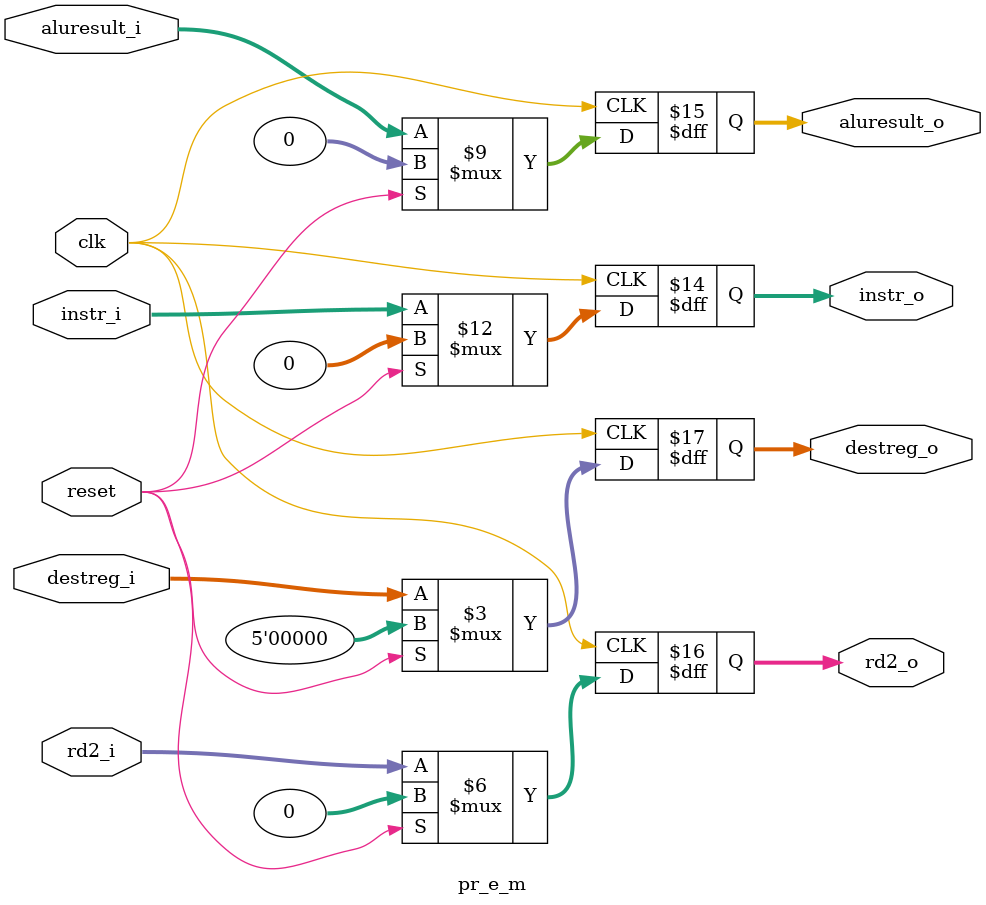
<source format=sv>
`timescale 1ns / 1ps

module pr_e_m(
  input logic clk, reset,
  input logic [31:0] instr_i,
  input logic [31:0] aluresult_i,
  input logic [31:0] rd2_i,
  input logic [4:0] destreg_i,
  output logic [31:0] instr_o,
  output logic [31:0] aluresult_o,
  output logic [31:0] rd2_o,
  output logic [4:0] destreg_o
  );

  always_ff @ (posedge clk)
  if (reset) begin
    instr_o <= '0;
    aluresult_o <= '0;
    rd2_o <= '0;
    destreg_o <= '0;
  end
  else begin
    instr_o <= instr_i;
    aluresult_o <= aluresult_i;
    rd2_o <= rd2_i;
    destreg_o <= destreg_i;
  end
endmodule: pr_e_m

</source>
